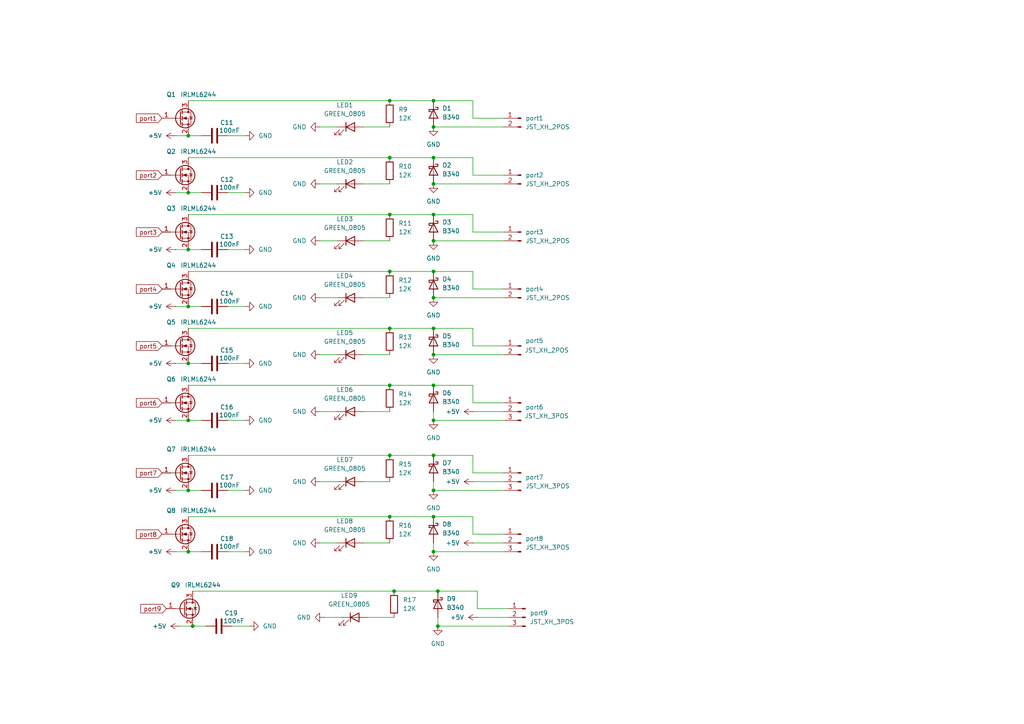
<source format=kicad_sch>
(kicad_sch (version 20231120) (generator "eeschema") (generator_version "8.0")
  (paper "A4")
  (lib_symbols
    (symbol "Connector:Conn_01x02_Pin" (pin_names (offset 1.016) hide)
      (property "Reference" "J" (at 0 2.54 0))
      (property "Value" "Conn_01x02_Pin" (at 0 -5.08 0))
      (symbol "Conn_01x02_Pin_1_1"
        (polyline (pts (xy 1.27 -2.54) (xy 0.8636 -2.54)) (stroke (width 0.1524)))
        (polyline (pts (xy 1.27 0) (xy 0.8636 0)) (stroke (width 0.1524)))
        (rectangle (start 0.8636 -2.413) (end 0 -2.667) (stroke (width 0.1524)) (fill (type outline)))
        (rectangle (start 0.8636 0.127) (end 0 -0.127) (stroke (width 0.1524)) (fill (type outline)))
        (pin passive line (at 5.08 0 180) (length 3.81) (name "Pin_1") (number "1"))
        (pin passive line (at 5.08 -2.54 180) (length 3.81) (name "Pin_2") (number "2"))
      )
    )
    (symbol "Connector:Conn_01x03_Pin" (pin_names (offset 1.016) hide)
      (property "Reference" "J" (at 0 5.08 0))
      (property "Value" "Conn_01x03_Pin" (at 0 -5.08 0))
      (symbol "Conn_01x03_Pin_1_1"
        (polyline (pts (xy 1.27 -2.54) (xy 0.8636 -2.54)) (stroke (width 0.1524)))
        (polyline (pts (xy 1.27 0) (xy 0.8636 0)) (stroke (width 0.1524)))
        (polyline (pts (xy 1.27 2.54) (xy 0.8636 2.54)) (stroke (width 0.1524)))
        (rectangle (start 0.8636 -2.413) (end 0 -2.667) (stroke (width 0.1524)) (fill (type outline)))
        (rectangle (start 0.8636 0.127) (end 0 -0.127) (stroke (width 0.1524)) (fill (type outline)))
        (rectangle (start 0.8636 2.667) (end 0 2.413) (stroke (width 0.1524)) (fill (type outline)))
        (pin passive line (at 5.08 2.54 180) (length 3.81) (name "Pin_1") (number "1"))
        (pin passive line (at 5.08 0 180) (length 3.81) (name "Pin_2") (number "2"))
        (pin passive line (at 5.08 -2.54 180) (length 3.81) (name "Pin_3") (number "3"))
      )
    )
    (symbol "Device:C" (pin_numbers hide) (pin_names (offset 0.254))
      (property "Reference" "C" (at 0.635 2.54 0))
      (property "Value" "C" (at 0.635 -2.54 0))
      (symbol "C_0_1"
        (polyline (pts (xy -2.032 -0.762) (xy 2.032 -0.762)) (stroke (width 0.508)))
        (polyline (pts (xy -2.032 0.762) (xy 2.032 0.762)) (stroke (width 0.508)))
      )
      (symbol "C_1_1"
        (pin passive line (at 0 3.81 270) (length 2.794) (name "~") (number "1"))
        (pin passive line (at 0 -3.81 90) (length 2.794) (name "~") (number "2"))
      )
    )
    (symbol "Device:LED" (pin_numbers hide) (pin_names (offset 1.016) hide)
      (property "Reference" "D" (at 0 2.54 0))
      (property "Value" "LED" (at 0 -2.54 0))
      (symbol "LED_0_1"
        (polyline (pts (xy -1.27 -1.27) (xy -1.27 1.27)) (stroke (width 0.254)))
        (polyline (pts (xy -1.27 0) (xy 1.27 0)))
        (polyline (pts (xy 1.27 -1.27) (xy 1.27 1.27) (xy -1.27 0) (xy 1.27 -1.27)) (stroke (width 0.254)))
        (polyline (pts (xy -3.048 -0.762) (xy -4.572 -2.286) (xy -3.81 -2.286) (xy -4.572 -2.286) (xy -4.572 -1.524)))
        (polyline (pts (xy -1.778 -0.762) (xy -3.302 -2.286) (xy -2.54 -2.286) (xy -3.302 -2.286) (xy -3.302 -1.524)))
      )
      (symbol "LED_1_1"
        (pin passive line (at -3.81 0 0) (length 2.54) (name "K") (number "1"))
        (pin passive line (at 3.81 0 180) (length 2.54) (name "A") (number "2"))
      )
    )
    (symbol "Device:R" (pin_numbers hide) (pin_names (offset 0))
      (property "Reference" "R" (at 2.032 0 90))
      (property "Value" "R" (at 0 0 90))
      (symbol "R_0_1"
        (rectangle (start -1.016 -2.54) (end 1.016 2.54) (stroke (width 0.254)))
      )
      (symbol "R_1_1"
        (pin passive line (at 0 3.81 270) (length 1.27) (name "~") (number "1"))
        (pin passive line (at 0 -3.81 90) (length 1.27) (name "~") (number "2"))
      )
    )
    (symbol "Diode:B340" (pin_numbers hide) (pin_names (offset 1.016) hide)
      (property "Reference" "D" (at 0 2.54 0))
      (property "Value" "B340" (at 0 -2.54 0))
      (symbol "B340_0_1"
        (polyline (pts (xy 1.27 0) (xy -1.27 0)))
        (polyline (pts (xy 1.27 1.27) (xy 1.27 -1.27) (xy -1.27 0) (xy 1.27 1.27)) (stroke (width 0.254)))
        (polyline (pts (xy -1.905 0.635) (xy -1.905 1.27) (xy -1.27 1.27) (xy -1.27 -1.27) (xy -0.635 -1.27) (xy -0.635 -0.635)) (stroke (width 0.254)))
      )
      (symbol "B340_1_1"
        (pin passive line (at -3.81 0 0) (length 2.54) (name "K") (number "1"))
        (pin passive line (at 3.81 0 180) (length 2.54) (name "A") (number "2"))
      )
    )
    (symbol "Transistor_FET:IRLML6244" (pin_names hide)
      (property "Reference" "Q" (at 5.08 1.905 0))
      (property "Value" "IRLML6244" (at 5.08 0 0))
      (symbol "IRLML6244_0_1"
        (polyline (pts (xy 0.254 0) (xy -2.54 0)))
        (polyline (pts (xy 0.254 1.905) (xy 0.254 -1.905)) (stroke (width 0.254)))
        (polyline (pts (xy 0.762 -1.27) (xy 0.762 -2.286)) (stroke (width 0.254)))
        (polyline (pts (xy 0.762 0.508) (xy 0.762 -0.508)) (stroke (width 0.254)))
        (polyline (pts (xy 0.762 2.286) (xy 0.762 1.27)) (stroke (width 0.254)))
        (polyline (pts (xy 2.54 2.54) (xy 2.54 1.778)))
        (polyline (pts (xy 2.54 -2.54) (xy 2.54 0) (xy 0.762 0)))
        (polyline (pts (xy 0.762 -1.778) (xy 3.302 -1.778) (xy 3.302 1.778) (xy 0.762 1.778)))
        (polyline (pts (xy 1.016 0) (xy 2.032 0.381) (xy 2.032 -0.381) (xy 1.016 0)) (fill (type outline)))
        (polyline (pts (xy 2.794 0.508) (xy 2.921 0.381) (xy 3.683 0.381) (xy 3.81 0.254)))
        (polyline (pts (xy 3.302 0.381) (xy 2.921 -0.254) (xy 3.683 -0.254) (xy 3.302 0.381)))
        (circle (center 1.651 0) (radius 2.794) (stroke (width 0.254)))
        (circle (center 2.54 -1.778) (radius 0.254) (fill (type outline)))
        (circle (center 2.54 1.778) (radius 0.254) (fill (type outline)))
      )
      (symbol "IRLML6244_1_1"
        (pin input line (at -5.08 0 0) (length 2.54) (name "G") (number "1"))
        (pin passive line (at 2.54 -5.08 90) (length 2.54) (name "S") (number "2"))
        (pin passive line (at 2.54 5.08 270) (length 2.54) (name "D") (number "3"))
      )
    )
    (symbol "power:+5V" (power) (pin_numbers hide) (pin_names (offset 0) hide)
      (property "Value" "+5V" (at 0 3.556 0))
      (symbol "+5V_0_1"
        (polyline (pts (xy -0.762 1.27) (xy 0 2.54)))
        (polyline (pts (xy 0 0) (xy 0 2.54)))
        (polyline (pts (xy 0 2.54) (xy 0.762 1.27)))
      )
      (symbol "+5V_1_1"
        (pin power_in line (at 0 0 90) (length 0) (name "~") (number "1"))
      )
    )
    (symbol "power:GND" (power) (pin_numbers hide) (pin_names (offset 0) hide)
      (property "Value" "GND" (at 0 -3.81 0))
      (symbol "GND_0_1"
        (polyline (pts (xy 0 0) (xy 0 -1.27) (xy 1.27 -1.27) (xy 0 -2.54) (xy -1.27 -1.27) (xy 0 -1.27)))
      )
      (symbol "GND_1_1"
        (pin power_in line (at 0 0 270) (length 0) (name "~") (number "1"))
      )
    )
  )
  (junction (at 125.73 149.86))
  (junction (at 127 181.61))
  (junction (at 125.73 29.21))
  (junction (at 113.03 78.74))
  (junction (at 125.73 111.76))
  (junction (at 114.3 171.45))
  (junction (at 55.88 181.61))
  (junction (at 113.03 132.08))
  (junction (at 113.03 29.21))
  (junction (at 125.73 45.72))
  (junction (at 125.73 78.74))
  (junction (at 54.61 121.92))
  (junction (at 125.73 121.92))
  (junction (at 54.61 142.24))
  (junction (at 125.73 86.36))
  (junction (at 54.61 88.9))
  (junction (at 125.73 142.24))
  (junction (at 125.73 69.85))
  (junction (at 125.73 36.83))
  (junction (at 125.73 95.25))
  (junction (at 113.03 45.72))
  (junction (at 125.73 132.08))
  (junction (at 113.03 149.86))
  (junction (at 127 171.45))
  (junction (at 54.61 105.41))
  (junction (at 125.73 62.23))
  (junction (at 125.73 102.87))
  (junction (at 54.61 55.88))
  (junction (at 113.03 111.76))
  (junction (at 125.73 160.02))
  (junction (at 113.03 95.25))
  (junction (at 54.61 160.02))
  (junction (at 54.61 72.39))
  (junction (at 125.73 53.34))
  (junction (at 54.61 39.37))
  (junction (at 113.03 62.23))
  (wire (pts (xy 105.41 86.36) (xy 113.03 86.36)))
  (wire (pts (xy 113.03 62.23) (xy 125.73 62.23)))
  (wire (pts (xy 66.04 55.88) (xy 71.12 55.88)))
  (wire (pts (xy 55.88 181.61) (xy 59.69 181.61)))
  (wire (pts (xy 137.16 111.76) (xy 137.16 116.84)))
  (wire (pts (xy 54.61 121.92) (xy 58.42 121.92)))
  (wire (pts (xy 54.61 72.39) (xy 58.42 72.39)))
  (wire (pts (xy 137.16 50.8) (xy 146.05 50.8)))
  (wire (pts (xy 93.98 179.07) (xy 99.06 179.07)))
  (wire (pts (xy 55.88 171.45) (xy 114.3 171.45)))
  (wire (pts (xy 105.41 139.7) (xy 113.03 139.7)))
  (wire (pts (xy 66.04 39.37) (xy 71.12 39.37)))
  (wire (pts (xy 54.61 111.76) (xy 113.03 111.76)))
  (wire (pts (xy 137.16 139.7) (xy 146.05 139.7)))
  (wire (pts (xy 66.04 142.24) (xy 71.12 142.24)))
  (wire (pts (xy 125.73 29.21) (xy 137.16 29.21)))
  (wire (pts (xy 105.41 53.34) (xy 113.03 53.34)))
  (wire (pts (xy 138.43 171.45) (xy 138.43 176.53)))
  (wire (pts (xy 137.16 34.29) (xy 146.05 34.29)))
  (wire (pts (xy 66.04 121.92) (xy 71.12 121.92)))
  (wire (pts (xy 54.61 132.08) (xy 113.03 132.08)))
  (wire (pts (xy 67.31 181.61) (xy 72.39 181.61)))
  (wire (pts (xy 50.8 142.24) (xy 54.61 142.24)))
  (wire (pts (xy 92.71 36.83) (xy 97.79 36.83)))
  (wire (pts (xy 113.03 29.21) (xy 125.73 29.21)))
  (wire (pts (xy 125.73 121.92) (xy 125.73 119.38)))
  (wire (pts (xy 125.73 142.24) (xy 125.73 139.7)))
  (wire (pts (xy 54.61 29.21) (xy 113.03 29.21)))
  (wire (pts (xy 54.61 105.41) (xy 50.8 105.41)))
  (wire (pts (xy 125.73 36.83) (xy 146.05 36.83)))
  (wire (pts (xy 125.73 102.87) (xy 146.05 102.87)))
  (wire (pts (xy 137.16 119.38) (xy 146.05 119.38)))
  (wire (pts (xy 137.16 95.25) (xy 137.16 100.33)))
  (wire (pts (xy 92.71 86.36) (xy 97.79 86.36)))
  (wire (pts (xy 125.73 132.08) (xy 137.16 132.08)))
  (wire (pts (xy 114.3 171.45) (xy 127 171.45)))
  (wire (pts (xy 105.41 36.83) (xy 113.03 36.83)))
  (wire (pts (xy 54.61 142.24) (xy 58.42 142.24)))
  (wire (pts (xy 92.71 119.38) (xy 97.79 119.38)))
  (wire (pts (xy 137.16 149.86) (xy 137.16 154.94)))
  (wire (pts (xy 92.71 102.87) (xy 97.79 102.87)))
  (wire (pts (xy 137.16 83.82) (xy 146.05 83.82)))
  (wire (pts (xy 52.07 181.61) (xy 55.88 181.61)))
  (wire (pts (xy 125.73 95.25) (xy 137.16 95.25)))
  (wire (pts (xy 92.71 69.85) (xy 97.79 69.85)))
  (wire (pts (xy 66.04 88.9) (xy 71.12 88.9)))
  (wire (pts (xy 137.16 78.74) (xy 137.16 83.82)))
  (wire (pts (xy 54.61 39.37) (xy 58.42 39.37)))
  (wire (pts (xy 113.03 78.74) (xy 125.73 78.74)))
  (wire (pts (xy 125.73 53.34) (xy 146.05 53.34)))
  (wire (pts (xy 54.61 105.41) (xy 58.42 105.41)))
  (wire (pts (xy 125.73 142.24) (xy 146.05 142.24)))
  (wire (pts (xy 113.03 111.76) (xy 125.73 111.76)))
  (wire (pts (xy 138.43 179.07) (xy 147.32 179.07)))
  (wire (pts (xy 125.73 86.36) (xy 146.05 86.36)))
  (wire (pts (xy 54.61 160.02) (xy 58.42 160.02)))
  (wire (pts (xy 127 181.61) (xy 147.32 181.61)))
  (wire (pts (xy 54.61 88.9) (xy 58.42 88.9)))
  (wire (pts (xy 125.73 121.92) (xy 146.05 121.92)))
  (wire (pts (xy 125.73 69.85) (xy 146.05 69.85)))
  (wire (pts (xy 50.8 121.92) (xy 54.61 121.92)))
  (wire (pts (xy 137.16 154.94) (xy 146.05 154.94)))
  (wire (pts (xy 66.04 72.39) (xy 71.12 72.39)))
  (wire (pts (xy 125.73 111.76) (xy 137.16 111.76)))
  (wire (pts (xy 127 171.45) (xy 138.43 171.45)))
  (wire (pts (xy 54.61 95.25) (xy 113.03 95.25)))
  (wire (pts (xy 138.43 176.53) (xy 147.32 176.53)))
  (wire (pts (xy 54.61 55.88) (xy 50.8 55.88)))
  (wire (pts (xy 54.61 45.72) (xy 113.03 45.72)))
  (wire (pts (xy 137.16 137.16) (xy 146.05 137.16)))
  (wire (pts (xy 137.16 116.84) (xy 146.05 116.84)))
  (wire (pts (xy 113.03 132.08) (xy 125.73 132.08)))
  (wire (pts (xy 125.73 149.86) (xy 137.16 149.86)))
  (wire (pts (xy 92.71 53.34) (xy 97.79 53.34)))
  (wire (pts (xy 105.41 102.87) (xy 113.03 102.87)))
  (wire (pts (xy 66.04 105.41) (xy 71.12 105.41)))
  (wire (pts (xy 54.61 78.74) (xy 113.03 78.74)))
  (wire (pts (xy 125.73 160.02) (xy 146.05 160.02)))
  (wire (pts (xy 54.61 149.86) (xy 113.03 149.86)))
  (wire (pts (xy 125.73 78.74) (xy 137.16 78.74)))
  (wire (pts (xy 66.04 160.02) (xy 71.12 160.02)))
  (wire (pts (xy 137.16 67.31) (xy 146.05 67.31)))
  (wire (pts (xy 54.61 88.9) (xy 50.8 88.9)))
  (wire (pts (xy 92.71 157.48) (xy 97.79 157.48)))
  (wire (pts (xy 54.61 62.23) (xy 113.03 62.23)))
  (wire (pts (xy 105.41 157.48) (xy 113.03 157.48)))
  (wire (pts (xy 127 181.61) (xy 127 179.07)))
  (wire (pts (xy 113.03 149.86) (xy 125.73 149.86)))
  (wire (pts (xy 54.61 39.37) (xy 50.8 39.37)))
  (wire (pts (xy 54.61 72.39) (xy 50.8 72.39)))
  (wire (pts (xy 125.73 160.02) (xy 125.73 157.48)))
  (wire (pts (xy 125.73 62.23) (xy 137.16 62.23)))
  (wire (pts (xy 50.8 160.02) (xy 54.61 160.02)))
  (wire (pts (xy 137.16 62.23) (xy 137.16 67.31)))
  (wire (pts (xy 137.16 29.21) (xy 137.16 34.29)))
  (wire (pts (xy 113.03 95.25) (xy 125.73 95.25)))
  (wire (pts (xy 113.03 45.72) (xy 125.73 45.72)))
  (wire (pts (xy 54.61 55.88) (xy 58.42 55.88)))
  (wire (pts (xy 137.16 157.48) (xy 146.05 157.48)))
  (wire (pts (xy 137.16 132.08) (xy 137.16 137.16)))
  (wire (pts (xy 125.73 45.72) (xy 137.16 45.72)))
  (wire (pts (xy 137.16 45.72) (xy 137.16 50.8)))
  (wire (pts (xy 106.68 179.07) (xy 114.3 179.07)))
  (wire (pts (xy 105.41 119.38) (xy 113.03 119.38)))
  (wire (pts (xy 92.71 139.7) (xy 97.79 139.7)))
  (wire (pts (xy 137.16 100.33) (xy 146.05 100.33)))
  (wire (pts (xy 105.41 69.85) (xy 113.03 69.85)))
  (global_label "port9" (shape input) (at 48.26 176.53 180) (property "Intersheetrefs" "${INTERSHEET_REFS}" (effects (hide yes))))
  (global_label "port7" (shape input) (at 46.99 137.16 180) (property "Intersheetrefs" "${INTERSHEET_REFS}" (effects (hide yes))))
  (global_label "port6" (shape input) (at 46.99 116.84 180) (property "Intersheetrefs" "${INTERSHEET_REFS}" (effects (hide yes))))
  (global_label "port1" (shape input) (at 46.99 34.29 180) (property "Intersheetrefs" "${INTERSHEET_REFS}" (effects (hide yes))))
  (global_label "port3" (shape input) (at 46.99 67.31 180) (property "Intersheetrefs" "${INTERSHEET_REFS}" (effects (hide yes))))
  (global_label "port8" (shape input) (at 46.99 154.94 180) (property "Intersheetrefs" "${INTERSHEET_REFS}" (effects (hide yes))))
  (global_label "port4" (shape input) (at 46.99 83.82 180) (property "Intersheetrefs" "${INTERSHEET_REFS}" (effects (hide yes))))
  (global_label "port5" (shape input) (at 46.99 100.33 180) (property "Intersheetrefs" "${INTERSHEET_REFS}" (effects (hide yes))))
  (global_label "port2" (shape input) (at 46.99 50.8 180) (property "Intersheetrefs" "${INTERSHEET_REFS}" (effects (hide yes))))
  (symbol (lib_id "power:GND") (at 92.71 53.34 270) (unit 1)
    (property "Reference" "#PWR042" (effects (hide yes)))
    (property "Value" "GND" (at 88.9 53.3399 90) (effects (justify right)))
    (property "Description" "Power symbol creates a global label with name \"GND\" , ground" (effects (hide yes)))
  )
  (symbol (lib_id "Connector:Conn_01x03_Pin") (at 151.13 119.38 0) (mirror y) (unit 1)
    (property "Reference" "port6" (at 152.4 118.11 0) (effects (justify right)))
    (property "Value" "JST_XH_3POS" (at 152.146 120.65 0) (effects (justify right)))
    (property "Footprint" "Connector_JST:JST_XH_S3B-XH-A_1x03_P2.50mm_Horizontal" (effects (hide yes)))
    (property "Description" "Generic connector, single row, 01x03, script generated" (effects (hide yes)))
  )
  (symbol (lib_id "power:GND") (at 92.71 139.7 270) (unit 1)
    (property "Reference" "#PWR047" (effects (hide yes)))
    (property "Value" "GND" (at 88.9 139.6999 90) (effects (justify right)))
    (property "Description" "Power symbol creates a global label with name \"GND\" , ground" (effects (hide yes)))
  )
  (symbol (lib_id "Device:C") (at 62.23 160.02 270) (mirror x) (unit 1)
    (property "Reference" "C18" (at 65.786 156.21 90))
    (property "Value" "100nF" (at 66.548 158.496 90))
    (property "Footprint" "Capacitor_SMD:C_0805_2012Metric_Pad1.18x1.45mm_HandSolder" (effects (hide yes)))
    (property "Description" "Unpolarized capacitor" (effects (hide yes)))
  )
  (symbol (lib_id "power:GND") (at 92.71 119.38 270) (unit 1)
    (property "Reference" "#PWR046" (effects (hide yes)))
    (property "Value" "GND" (at 88.9 119.3799 90) (effects (justify right)))
    (property "Description" "Power symbol creates a global label with name \"GND\" , ground" (effects (hide yes)))
  )
  (symbol (lib_id "Device:LED") (at 101.6 157.48 0) (unit 1)
    (property "Reference" "LED8" (at 100.0125 151.13 0))
    (property "Value" "GREEN_0805" (at 100.0125 153.67 0))
    (property "Footprint" "LED_SMD:LED_0805_2012Metric_Pad1.15x1.40mm_HandSolder" (effects (hide yes)))
    (property "Description" "Light emitting diode" (effects (hide yes)))
  )
  (symbol (lib_id "power:+5V") (at 137.16 119.38 90) (mirror x) (unit 1)
    (property "Reference" "#PWR059" (effects (hide yes)))
    (property "Value" "+5V" (at 133.35 119.3799 90) (effects (justify left)))
    (property "Description" "Power symbol creates a global label with name \"+5V\"" (effects (hide yes)))
  )
  (symbol (lib_id "power:GND") (at 125.73 121.92 0) (unit 1)
    (property "Reference" "#PWR055" (effects (hide yes)))
    (property "Value" "GND" (at 125.73 127 0))
    (property "Description" "Power symbol creates a global label with name \"GND\" , ground" (effects (hide yes)))
  )
  (symbol (lib_id "Device:C") (at 62.23 121.92 270) (mirror x) (unit 1)
    (property "Reference" "C16" (at 65.786 118.11 90))
    (property "Value" "100nF" (at 66.548 120.396 90))
    (property "Footprint" "Capacitor_SMD:C_0805_2012Metric_Pad1.18x1.45mm_HandSolder" (effects (hide yes)))
    (property "Description" "Unpolarized capacitor" (effects (hide yes)))
  )
  (symbol (lib_id "Device:R") (at 114.3 175.26 0) (unit 1)
    (property "Reference" "R17" (at 116.84 173.9899 0) (effects (justify left)))
    (property "Value" "12K" (at 116.84 176.5299 0) (effects (justify left)))
    (property "Footprint" "Resistor_SMD:R_0805_2012Metric_Pad1.20x1.40mm_HandSolder" (effects (hide yes)))
    (property "Description" "Resistor" (effects (hide yes)))
  )
  (symbol (lib_id "Transistor_FET:IRLML6244") (at 52.07 50.8 0) (unit 1)
    (property "Reference" "Q2" (at 48.26 43.942 0) (effects (justify left)))
    (property "Value" "IRLML6244" (at 52.324 43.942 0) (effects (justify left)))
    (property "Footprint" "Package_TO_SOT_SMD:SOT-23" (effects (hide yes)))
    (property "Datasheet" "https://www.infineon.com/dgdl/Infineon-IRLML6244-DataSheet-v01_01-EN.pdf?fileId=5546d462533600a4015356686fed261f" (effects (hide yes)))
    (property "Description" "6.3A Id, 20V Vds, 21mOhm Rds, N-Channel StrongIRFET Power MOSFET, SOT-23" (effects (hide yes)))
  )
  (symbol (lib_id "Connector:Conn_01x03_Pin") (at 151.13 157.48 0) (mirror y) (unit 1)
    (property "Reference" "port8" (at 152.4 156.2099 0) (effects (justify right)))
    (property "Value" "JST_XH_3POS" (at 152.4 158.7499 0) (effects (justify right)))
    (property "Footprint" "Connector_JST:JST_XH_S3B-XH-A_1x03_P2.50mm_Horizontal" (effects (hide yes)))
    (property "Description" "Generic connector, single row, 01x03, script generated" (effects (hide yes)))
  )
  (symbol (lib_id "Device:LED") (at 102.87 179.07 0) (unit 1)
    (property "Reference" "LED9" (at 101.2825 172.72 0))
    (property "Value" "GREEN_0805" (at 101.2825 175.26 0))
    (property "Footprint" "LED_SMD:LED_0805_2012Metric_Pad1.15x1.40mm_HandSolder" (effects (hide yes)))
    (property "Description" "Light emitting diode" (effects (hide yes)))
  )
  (symbol (lib_id "power:GND") (at 125.73 69.85 0) (unit 1)
    (property "Reference" "#PWR052" (effects (hide yes)))
    (property "Value" "GND" (at 125.73 74.93 0))
    (property "Description" "Power symbol creates a global label with name \"GND\" , ground" (effects (hide yes)))
  )
  (symbol (lib_id "Transistor_FET:IRLML6244") (at 52.07 34.29 0) (unit 1)
    (property "Reference" "Q1" (at 48.26 27.432 0) (effects (justify left)))
    (property "Value" "IRLML6244" (at 52.324 27.432 0) (effects (justify left)))
    (property "Footprint" "Package_TO_SOT_SMD:SOT-23" (effects (hide yes)))
    (property "Datasheet" "https://www.infineon.com/dgdl/Infineon-IRLML6244-DataSheet-v01_01-EN.pdf?fileId=5546d462533600a4015356686fed261f" (effects (hide yes)))
    (property "Description" "6.3A Id, 20V Vds, 21mOhm Rds, N-Channel StrongIRFET Power MOSFET, SOT-23" (effects (hide yes)))
  )
  (symbol (lib_id "power:GND") (at 72.39 181.61 90) (mirror x) (unit 1)
    (property "Reference" "#PWR040" (effects (hide yes)))
    (property "Value" "GND" (at 76.2 181.6099 90) (effects (justify right)))
    (property "Description" "Power symbol creates a global label with name \"GND\" , ground" (effects (hide yes)))
  )
  (symbol (lib_id "power:+5V") (at 52.07 181.61 90) (mirror x) (unit 1)
    (property "Reference" "#PWR031" (effects (hide yes)))
    (property "Value" "+5V" (at 48.26 181.6099 90) (effects (justify left)))
    (property "Description" "Power symbol creates a global label with name \"+5V\"" (effects (hide yes)))
  )
  (symbol (lib_id "Transistor_FET:IRLML6244") (at 52.07 137.16 0) (unit 1)
    (property "Reference" "Q7" (at 48.26 130.302 0) (effects (justify left)))
    (property "Value" "IRLML6244" (at 52.324 130.302 0) (effects (justify left)))
    (property "Footprint" "Package_TO_SOT_SMD:SOT-23" (effects (hide yes)))
    (property "Datasheet" "https://www.infineon.com/dgdl/Infineon-IRLML6244-DataSheet-v01_01-EN.pdf?fileId=5546d462533600a4015356686fed261f" (effects (hide yes)))
    (property "Description" "6.3A Id, 20V Vds, 21mOhm Rds, N-Channel StrongIRFET Power MOSFET, SOT-23" (effects (hide yes)))
  )
  (symbol (lib_id "Device:LED") (at 101.6 69.85 0) (unit 1)
    (property "Reference" "LED3" (at 100.0125 63.5 0))
    (property "Value" "GREEN_0805" (at 100.0125 66.04 0))
    (property "Footprint" "LED_SMD:LED_0805_2012Metric_Pad1.15x1.40mm_HandSolder" (effects (hide yes)))
    (property "Description" "Light emitting diode" (effects (hide yes)))
  )
  (symbol (lib_id "power:GND") (at 125.73 142.24 0) (unit 1)
    (property "Reference" "#PWR056" (effects (hide yes)))
    (property "Value" "GND" (at 125.73 147.32 0))
    (property "Description" "Power symbol creates a global label with name \"GND\" , ground" (effects (hide yes)))
  )
  (symbol (lib_id "power:GND") (at 92.71 157.48 270) (unit 1)
    (property "Reference" "#PWR048" (effects (hide yes)))
    (property "Value" "GND" (at 88.9 157.4799 90) (effects (justify right)))
    (property "Description" "Power symbol creates a global label with name \"GND\" , ground" (effects (hide yes)))
  )
  (symbol (lib_id "Device:LED") (at 101.6 36.83 0) (unit 1)
    (property "Reference" "LED1" (at 100.0125 30.48 0))
    (property "Value" "GREEN_0805" (at 100.0125 33.02 0))
    (property "Footprint" "LED_SMD:LED_0805_2012Metric_Pad1.15x1.40mm_HandSolder" (effects (hide yes)))
    (property "Description" "Light emitting diode" (effects (hide yes)))
  )
  (symbol (lib_id "Transistor_FET:IRLML6244") (at 53.34 176.53 0) (unit 1)
    (property "Reference" "Q9" (at 49.53 169.672 0) (effects (justify left)))
    (property "Value" "IRLML6244" (at 53.594 169.672 0) (effects (justify left)))
    (property "Footprint" "Package_TO_SOT_SMD:SOT-23" (effects (hide yes)))
    (property "Datasheet" "https://www.infineon.com/dgdl/Infineon-IRLML6244-DataSheet-v01_01-EN.pdf?fileId=5546d462533600a4015356686fed261f" (effects (hide yes)))
    (property "Description" "6.3A Id, 20V Vds, 21mOhm Rds, N-Channel StrongIRFET Power MOSFET, SOT-23" (effects (hide yes)))
  )
  (symbol (lib_id "power:+5V") (at 138.43 179.07 90) (mirror x) (unit 1)
    (property "Reference" "#PWR062" (effects (hide yes)))
    (property "Value" "+5V" (at 134.62 179.0699 90) (effects (justify left)))
    (property "Description" "Power symbol creates a global label with name \"+5V\"" (effects (hide yes)))
  )
  (symbol (lib_id "Connector:Conn_01x02_Pin") (at 151.13 83.82 0) (mirror y) (unit 1)
    (property "Reference" "port4" (at 152.4 83.8199 0) (effects (justify right)))
    (property "Value" "JST_XH_2POS" (at 152.4 86.3599 0) (effects (justify right)))
    (property "Footprint" "Connector_JST:JST_XH_S2B-XH-A_1x02_P2.50mm_Horizontal" (effects (hide yes)))
    (property "Description" "Generic connector, single row, 01x02, script generated" (effects (hide yes)))
  )
  (symbol (lib_id "power:GND") (at 71.12 72.39 90) (mirror x) (unit 1)
    (property "Reference" "#PWR034" (effects (hide yes)))
    (property "Value" "GND" (at 74.93 72.3899 90) (effects (justify right)))
    (property "Description" "Power symbol creates a global label with name \"GND\" , ground" (effects (hide yes)))
  )
  (symbol (lib_id "Device:C") (at 62.23 88.9 270) (mirror x) (unit 1)
    (property "Reference" "C14" (at 65.786 85.09 90))
    (property "Value" "100nF" (at 66.548 87.376 90))
    (property "Footprint" "Capacitor_SMD:C_0805_2012Metric_Pad1.18x1.45mm_HandSolder" (effects (hide yes)))
    (property "Description" "Unpolarized capacitor" (effects (hide yes)))
  )
  (symbol (lib_id "power:+5V") (at 50.8 105.41 90) (mirror x) (unit 1)
    (property "Reference" "#PWR027" (effects (hide yes)))
    (property "Value" "+5V" (at 46.99 105.4099 90) (effects (justify left)))
    (property "Description" "Power symbol creates a global label with name \"+5V\"" (effects (hide yes)))
  )
  (symbol (lib_id "Diode:B340") (at 125.73 33.02 270) (unit 1)
    (property "Reference" "D1" (at 128.27 31.4324 90) (effects (justify left)))
    (property "Value" "B340" (at 128.27 33.9724 90) (effects (justify left)))
    (property "Footprint" "Diode_SMD:D_SMC" (effects (hide yes)))
    (property "Datasheet" "http://www.jameco.com/Jameco/Products/ProdDS/1538777.pdf" (effects (hide yes)))
    (property "Description" "40V 3A Schottky Barrier Rectifier Diode, SMC" (effects (hide yes)))
  )
  (symbol (lib_id "power:GND") (at 71.12 105.41 90) (mirror x) (unit 1)
    (property "Reference" "#PWR036" (effects (hide yes)))
    (property "Value" "GND" (at 74.93 105.4099 90) (effects (justify right)))
    (property "Description" "Power symbol creates a global label with name \"GND\" , ground" (effects (hide yes)))
  )
  (symbol (lib_id "Device:LED") (at 101.6 86.36 0) (unit 1)
    (property "Reference" "LED4" (at 100.0125 80.01 0))
    (property "Value" "GREEN_0805" (at 100.0125 82.55 0))
    (property "Footprint" "LED_SMD:LED_0805_2012Metric_Pad1.15x1.40mm_HandSolder" (effects (hide yes)))
    (property "Description" "Light emitting diode" (effects (hide yes)))
  )
  (symbol (lib_id "Connector:Conn_01x03_Pin") (at 151.13 139.7 0) (mirror y) (unit 1)
    (property "Reference" "port7" (at 152.4 138.4299 0) (effects (justify right)))
    (property "Value" "JST_XH_3POS" (at 152.4 140.9699 0) (effects (justify right)))
    (property "Footprint" "Connector_JST:JST_XH_S3B-XH-A_1x03_P2.50mm_Horizontal" (effects (hide yes)))
    (property "Description" "Generic connector, single row, 01x03, script generated" (effects (hide yes)))
  )
  (symbol (lib_id "Device:LED") (at 101.6 53.34 0) (unit 1)
    (property "Reference" "LED2" (at 100.0125 46.99 0))
    (property "Value" "GREEN_0805" (at 100.0125 49.53 0))
    (property "Footprint" "LED_SMD:LED_0805_2012Metric_Pad1.15x1.40mm_HandSolder" (effects (hide yes)))
    (property "Description" "Light emitting diode" (effects (hide yes)))
  )
  (symbol (lib_id "Diode:B340") (at 125.73 66.04 270) (unit 1)
    (property "Reference" "D3" (at 128.27 64.4524 90) (effects (justify left)))
    (property "Value" "B340" (at 128.27 66.9924 90) (effects (justify left)))
    (property "Footprint" "Diode_SMD:D_SMC" (effects (hide yes)))
    (property "Datasheet" "http://www.jameco.com/Jameco/Products/ProdDS/1538777.pdf" (effects (hide yes)))
    (property "Description" "40V 3A Schottky Barrier Rectifier Diode, SMC" (effects (hide yes)))
  )
  (symbol (lib_id "Device:C") (at 62.23 72.39 270) (mirror x) (unit 1)
    (property "Reference" "C13" (at 65.786 68.58 90))
    (property "Value" "100nF" (at 66.548 70.866 90))
    (property "Footprint" "Capacitor_SMD:C_0805_2012Metric_Pad1.18x1.45mm_HandSolder" (effects (hide yes)))
    (property "Description" "Unpolarized capacitor" (effects (hide yes)))
  )
  (symbol (lib_id "power:GND") (at 92.71 69.85 270) (unit 1)
    (property "Reference" "#PWR043" (effects (hide yes)))
    (property "Value" "GND" (at 88.9 69.8499 90) (effects (justify right)))
    (property "Description" "Power symbol creates a global label with name \"GND\" , ground" (effects (hide yes)))
  )
  (symbol (lib_id "power:GND") (at 71.12 142.24 90) (mirror x) (unit 1)
    (property "Reference" "#PWR038" (effects (hide yes)))
    (property "Value" "GND" (at 74.93 142.2399 90) (effects (justify right)))
    (property "Description" "Power symbol creates a global label with name \"GND\" , ground" (effects (hide yes)))
  )
  (symbol (lib_id "Device:LED") (at 101.6 119.38 0) (unit 1)
    (property "Reference" "LED6" (at 100.0125 113.03 0))
    (property "Value" "GREEN_0805" (at 100.0125 115.57 0))
    (property "Footprint" "LED_SMD:LED_0805_2012Metric_Pad1.15x1.40mm_HandSolder" (effects (hide yes)))
    (property "Description" "Light emitting diode" (effects (hide yes)))
  )
  (symbol (lib_id "Diode:B340") (at 125.73 135.89 270) (unit 1)
    (property "Reference" "D7" (at 128.27 134.3024 90) (effects (justify left)))
    (property "Value" "B340" (at 128.27 136.8424 90) (effects (justify left)))
    (property "Footprint" "Diode_SMD:D_SMC" (effects (hide yes)))
    (property "Datasheet" "http://www.jameco.com/Jameco/Products/ProdDS/1538777.pdf" (effects (hide yes)))
    (property "Description" "40V 3A Schottky Barrier Rectifier Diode, SMC" (effects (hide yes)))
  )
  (symbol (lib_id "Transistor_FET:IRLML6244") (at 52.07 154.94 0) (unit 1)
    (property "Reference" "Q8" (at 48.26 148.082 0) (effects (justify left)))
    (property "Value" "IRLML6244" (at 52.324 148.082 0) (effects (justify left)))
    (property "Footprint" "Package_TO_SOT_SMD:SOT-23" (effects (hide yes)))
    (property "Datasheet" "https://www.infineon.com/dgdl/Infineon-IRLML6244-DataSheet-v01_01-EN.pdf?fileId=5546d462533600a4015356686fed261f" (effects (hide yes)))
    (property "Description" "6.3A Id, 20V Vds, 21mOhm Rds, N-Channel StrongIRFET Power MOSFET, SOT-23" (effects (hide yes)))
  )
  (symbol (lib_id "power:GND") (at 71.12 39.37 90) (mirror x) (unit 1)
    (property "Reference" "#PWR032" (effects (hide yes)))
    (property "Value" "GND" (at 74.93 39.3699 90) (effects (justify right)))
    (property "Description" "Power symbol creates a global label with name \"GND\" , ground" (effects (hide yes)))
  )
  (symbol (lib_id "Connector:Conn_01x02_Pin") (at 151.13 100.33 0) (mirror y) (unit 1)
    (property "Reference" "port5" (at 152.4 98.806 0) (effects (justify right)))
    (property "Value" "JST_XH_2POS" (at 152.146 101.6 0) (effects (justify right)))
    (property "Footprint" "Connector_JST:JST_XH_S2B-XH-A_1x02_P2.50mm_Horizontal" (effects (hide yes)))
    (property "Description" "Generic connector, single row, 01x02, script generated" (effects (hide yes)))
  )
  (symbol (lib_id "Diode:B340") (at 127 175.26 270) (unit 1)
    (property "Reference" "D9" (at 129.54 173.6724 90) (effects (justify left)))
    (property "Value" "B340" (at 129.54 176.2124 90) (effects (justify left)))
    (property "Footprint" "Diode_SMD:D_SMC" (effects (hide yes)))
    (property "Datasheet" "http://www.jameco.com/Jameco/Products/ProdDS/1538777.pdf" (effects (hide yes)))
    (property "Description" "40V 3A Schottky Barrier Rectifier Diode, SMC" (effects (hide yes)))
  )
  (symbol (lib_id "power:GND") (at 127 181.61 0) (unit 1)
    (property "Reference" "#PWR058" (effects (hide yes)))
    (property "Value" "GND" (at 127 186.69 0))
    (property "Description" "Power symbol creates a global label with name \"GND\" , ground" (effects (hide yes)))
  )
  (symbol (lib_id "Connector:Conn_01x02_Pin") (at 151.13 50.8 0) (mirror y) (unit 1)
    (property "Reference" "port2" (at 152.4 50.7999 0) (effects (justify right)))
    (property "Value" "JST_XH_2POS" (at 152.4 53.3399 0) (effects (justify right)))
    (property "Footprint" "Connector_JST:JST_XH_S2B-XH-A_1x02_P2.50mm_Horizontal" (effects (hide yes)))
    (property "Description" "Generic connector, single row, 01x02, script generated" (effects (hide yes)))
  )
  (symbol (lib_id "Diode:B340") (at 125.73 82.55 270) (unit 1)
    (property "Reference" "D4" (at 128.27 80.9624 90) (effects (justify left)))
    (property "Value" "B340" (at 128.27 83.5024 90) (effects (justify left)))
    (property "Footprint" "Diode_SMD:D_SMC" (effects (hide yes)))
    (property "Datasheet" "http://www.jameco.com/Jameco/Products/ProdDS/1538777.pdf" (effects (hide yes)))
    (property "Description" "40V 3A Schottky Barrier Rectifier Diode, SMC" (effects (hide yes)))
  )
  (symbol (lib_id "power:GND") (at 71.12 88.9 90) (mirror x) (unit 1)
    (property "Reference" "#PWR035" (effects (hide yes)))
    (property "Value" "GND" (at 74.93 88.8999 90) (effects (justify right)))
    (property "Description" "Power symbol creates a global label with name \"GND\" , ground" (effects (hide yes)))
  )
  (symbol (lib_id "Transistor_FET:IRLML6244") (at 52.07 100.33 0) (unit 1)
    (property "Reference" "Q5" (at 48.26 93.472 0) (effects (justify left)))
    (property "Value" "IRLML6244" (at 52.324 93.472 0) (effects (justify left)))
    (property "Footprint" "Package_TO_SOT_SMD:SOT-23" (effects (hide yes)))
    (property "Datasheet" "https://www.infineon.com/dgdl/Infineon-IRLML6244-DataSheet-v01_01-EN.pdf?fileId=5546d462533600a4015356686fed261f" (effects (hide yes)))
    (property "Description" "6.3A Id, 20V Vds, 21mOhm Rds, N-Channel StrongIRFET Power MOSFET, SOT-23" (effects (hide yes)))
  )
  (symbol (lib_id "Device:C") (at 62.23 105.41 270) (mirror x) (unit 1)
    (property "Reference" "C15" (at 65.786 101.6 90))
    (property "Value" "100nF" (at 66.548 103.886 90))
    (property "Footprint" "Capacitor_SMD:C_0805_2012Metric_Pad1.18x1.45mm_HandSolder" (effects (hide yes)))
    (property "Description" "Unpolarized capacitor" (effects (hide yes)))
  )
  (symbol (lib_id "Transistor_FET:IRLML6244") (at 52.07 83.82 0) (unit 1)
    (property "Reference" "Q4" (at 48.26 76.962 0) (effects (justify left)))
    (property "Value" "IRLML6244" (at 52.324 76.962 0) (effects (justify left)))
    (property "Footprint" "Package_TO_SOT_SMD:SOT-23" (effects (hide yes)))
    (property "Datasheet" "https://www.infineon.com/dgdl/Infineon-IRLML6244-DataSheet-v01_01-EN.pdf?fileId=5546d462533600a4015356686fed261f" (effects (hide yes)))
    (property "Description" "6.3A Id, 20V Vds, 21mOhm Rds, N-Channel StrongIRFET Power MOSFET, SOT-23" (effects (hide yes)))
  )
  (symbol (lib_id "Device:LED") (at 101.6 102.87 0) (unit 1)
    (property "Reference" "LED5" (at 100.0125 96.52 0))
    (property "Value" "GREEN_0805" (at 100.0125 99.06 0))
    (property "Footprint" "LED_SMD:LED_0805_2012Metric_Pad1.15x1.40mm_HandSolder" (effects (hide yes)))
    (property "Description" "Light emitting diode" (effects (hide yes)))
  )
  (symbol (lib_id "Device:R") (at 113.03 33.02 0) (unit 1)
    (property "Reference" "R9" (at 115.57 31.7499 0) (effects (justify left)))
    (property "Value" "12K" (at 115.57 34.2899 0) (effects (justify left)))
    (property "Footprint" "Resistor_SMD:R_0805_2012Metric_Pad1.20x1.40mm_HandSolder" (effects (hide yes)))
    (property "Description" "Resistor" (effects (hide yes)))
  )
  (symbol (lib_id "Transistor_FET:IRLML6244") (at 52.07 67.31 0) (unit 1)
    (property "Reference" "Q3" (at 48.26 60.452 0) (effects (justify left)))
    (property "Value" "IRLML6244" (at 52.324 60.452 0) (effects (justify left)))
    (property "Footprint" "Package_TO_SOT_SMD:SOT-23" (effects (hide yes)))
    (property "Datasheet" "https://www.infineon.com/dgdl/Infineon-IRLML6244-DataSheet-v01_01-EN.pdf?fileId=5546d462533600a4015356686fed261f" (effects (hide yes)))
    (property "Description" "6.3A Id, 20V Vds, 21mOhm Rds, N-Channel StrongIRFET Power MOSFET, SOT-23" (effects (hide yes)))
  )
  (symbol (lib_id "power:GND") (at 71.12 160.02 90) (mirror x) (unit 1)
    (property "Reference" "#PWR039" (effects (hide yes)))
    (property "Value" "GND" (at 74.93 160.0199 90) (effects (justify right)))
    (property "Description" "Power symbol creates a global label with name \"GND\" , ground" (effects (hide yes)))
  )
  (symbol (lib_id "power:+5V") (at 50.8 72.39 90) (mirror x) (unit 1)
    (property "Reference" "#PWR025" (effects (hide yes)))
    (property "Value" "+5V" (at 46.99 72.3899 90) (effects (justify left)))
    (property "Description" "Power symbol creates a global label with name \"+5V\"" (effects (hide yes)))
  )
  (symbol (lib_id "power:GND") (at 71.12 121.92 90) (mirror x) (unit 1)
    (property "Reference" "#PWR037" (effects (hide yes)))
    (property "Value" "GND" (at 74.93 121.9199 90) (effects (justify right)))
    (property "Description" "Power symbol creates a global label with name \"GND\" , ground" (effects (hide yes)))
  )
  (symbol (lib_id "power:GND") (at 92.71 102.87 270) (unit 1)
    (property "Reference" "#PWR045" (effects (hide yes)))
    (property "Value" "GND" (at 88.9 102.8699 90) (effects (justify right)))
    (property "Description" "Power symbol creates a global label with name \"GND\" , ground" (effects (hide yes)))
  )
  (symbol (lib_id "power:GND") (at 92.71 86.36 270) (unit 1)
    (property "Reference" "#PWR044" (effects (hide yes)))
    (property "Value" "GND" (at 88.9 86.3599 90) (effects (justify right)))
    (property "Description" "Power symbol creates a global label with name \"GND\" , ground" (effects (hide yes)))
  )
  (symbol (lib_id "Device:C") (at 62.23 39.37 270) (mirror x) (unit 1)
    (property "Reference" "C11" (at 65.786 35.56 90))
    (property "Value" "100nF" (at 66.548 37.846 90))
    (property "Footprint" "Capacitor_SMD:C_0805_2012Metric_Pad1.18x1.45mm_HandSolder" (effects (hide yes)))
    (property "Description" "Unpolarized capacitor" (effects (hide yes)))
  )
  (symbol (lib_id "Device:R") (at 113.03 153.67 0) (unit 1)
    (property "Reference" "R16" (at 115.57 152.3999 0) (effects (justify left)))
    (property "Value" "12K" (at 115.57 154.9399 0) (effects (justify left)))
    (property "Footprint" "Resistor_SMD:R_0805_2012Metric_Pad1.20x1.40mm_HandSolder" (effects (hide yes)))
    (property "Description" "Resistor" (effects (hide yes)))
  )
  (symbol (lib_id "Device:R") (at 113.03 99.06 0) (unit 1)
    (property "Reference" "R13" (at 115.57 97.7899 0) (effects (justify left)))
    (property "Value" "12K" (at 115.57 100.3299 0) (effects (justify left)))
    (property "Footprint" "Resistor_SMD:R_0805_2012Metric_Pad1.20x1.40mm_HandSolder" (effects (hide yes)))
    (property "Description" "Resistor" (effects (hide yes)))
  )
  (symbol (lib_id "power:GND") (at 125.73 160.02 0) (unit 1)
    (property "Reference" "#PWR057" (effects (hide yes)))
    (property "Value" "GND" (at 125.73 165.1 0))
    (property "Description" "Power symbol creates a global label with name \"GND\" , ground" (effects (hide yes)))
  )
  (symbol (lib_id "Connector:Conn_01x02_Pin") (at 151.13 34.29 0) (mirror y) (unit 1)
    (property "Reference" "port1" (at 152.4 34.2899 0) (effects (justify right)))
    (property "Value" "JST_XH_2POS" (at 152.4 36.8299 0) (effects (justify right)))
    (property "Footprint" "Connector_JST:JST_XH_S2B-XH-A_1x02_P2.50mm_Horizontal" (effects (hide yes)))
    (property "Description" "Generic connector, single row, 01x02, script generated" (effects (hide yes)))
  )
  (symbol (lib_id "power:+5V") (at 137.16 139.7 90) (mirror x) (unit 1)
    (property "Reference" "#PWR060" (effects (hide yes)))
    (property "Value" "+5V" (at 133.35 139.6999 90) (effects (justify left)))
    (property "Description" "Power symbol creates a global label with name \"+5V\"" (effects (hide yes)))
  )
  (symbol (lib_id "power:GND") (at 71.12 55.88 90) (mirror x) (unit 1)
    (property "Reference" "#PWR033" (effects (hide yes)))
    (property "Value" "GND" (at 74.93 55.8799 90) (effects (justify right)))
    (property "Description" "Power symbol creates a global label with name \"GND\" , ground" (effects (hide yes)))
  )
  (symbol (lib_id "Device:LED") (at 101.6 139.7 0) (unit 1)
    (property "Reference" "LED7" (at 100.0125 133.35 0))
    (property "Value" "GREEN_0805" (at 100.0125 135.89 0))
    (property "Footprint" "LED_SMD:LED_0805_2012Metric_Pad1.15x1.40mm_HandSolder" (effects (hide yes)))
    (property "Description" "Light emitting diode" (effects (hide yes)))
  )
  (symbol (lib_id "Device:C") (at 63.5 181.61 270) (mirror x) (unit 1)
    (property "Reference" "C19" (at 67.056 177.8 90))
    (property "Value" "100nF" (at 67.818 180.086 90))
    (property "Footprint" "Capacitor_SMD:C_0805_2012Metric_Pad1.18x1.45mm_HandSolder" (effects (hide yes)))
    (property "Description" "Unpolarized capacitor" (effects (hide yes)))
  )
  (symbol (lib_id "Diode:B340") (at 125.73 153.67 270) (unit 1)
    (property "Reference" "D8" (at 128.27 152.0824 90) (effects (justify left)))
    (property "Value" "B340" (at 128.27 154.6224 90) (effects (justify left)))
    (property "Footprint" "Diode_SMD:D_SMC" (effects (hide yes)))
    (property "Datasheet" "http://www.jameco.com/Jameco/Products/ProdDS/1538777.pdf" (effects (hide yes)))
    (property "Description" "40V 3A Schottky Barrier Rectifier Diode, SMC" (effects (hide yes)))
  )
  (symbol (lib_id "Diode:B340") (at 125.73 49.53 270) (unit 1)
    (property "Reference" "D2" (at 128.27 47.9424 90) (effects (justify left)))
    (property "Value" "B340" (at 128.27 50.4824 90) (effects (justify left)))
    (property "Footprint" "Diode_SMD:D_SMC" (effects (hide yes)))
    (property "Datasheet" "http://www.jameco.com/Jameco/Products/ProdDS/1538777.pdf" (effects (hide yes)))
    (property "Description" "40V 3A Schottky Barrier Rectifier Diode, SMC" (effects (hide yes)))
  )
  (symbol (lib_id "power:+5V") (at 50.8 121.92 90) (mirror x) (unit 1)
    (property "Reference" "#PWR028" (effects (hide yes)))
    (property "Value" "+5V" (at 46.99 121.9199 90) (effects (justify left)))
    (property "Description" "Power symbol creates a global label with name \"+5V\"" (effects (hide yes)))
  )
  (symbol (lib_id "Transistor_FET:IRLML6244") (at 52.07 116.84 0) (unit 1)
    (property "Reference" "Q6" (at 48.26 109.982 0) (effects (justify left)))
    (property "Value" "IRLML6244" (at 52.324 109.982 0) (effects (justify left)))
    (property "Footprint" "Package_TO_SOT_SMD:SOT-23" (effects (hide yes)))
    (property "Datasheet" "https://www.infineon.com/dgdl/Infineon-IRLML6244-DataSheet-v01_01-EN.pdf?fileId=5546d462533600a4015356686fed261f" (effects (hide yes)))
    (property "Description" "6.3A Id, 20V Vds, 21mOhm Rds, N-Channel StrongIRFET Power MOSFET, SOT-23" (effects (hide yes)))
  )
  (symbol (lib_id "Connector:Conn_01x03_Pin") (at 152.4 179.07 0) (mirror y) (unit 1)
    (property "Reference" "port9" (at 153.67 177.7999 0) (effects (justify right)))
    (property "Value" "JST_XH_3POS" (at 153.67 180.3399 0) (effects (justify right)))
    (property "Footprint" "Connector_JST:JST_XH_S3B-XH-A_1x03_P2.50mm_Horizontal" (effects (hide yes)))
    (property "Description" "Generic connector, single row, 01x03, script generated" (effects (hide yes)))
  )
  (symbol (lib_id "power:GND") (at 92.71 36.83 270) (unit 1)
    (property "Reference" "#PWR041" (effects (hide yes)))
    (property "Value" "GND" (at 88.9 36.8299 90) (effects (justify right)))
    (property "Description" "Power symbol creates a global label with name \"GND\" , ground" (effects (hide yes)))
  )
  (symbol (lib_id "power:+5V") (at 50.8 160.02 90) (mirror x) (unit 1)
    (property "Reference" "#PWR030" (effects (hide yes)))
    (property "Value" "+5V" (at 46.99 160.0199 90) (effects (justify left)))
    (property "Description" "Power symbol creates a global label with name \"+5V\"" (effects (hide yes)))
  )
  (symbol (lib_id "power:GND") (at 125.73 102.87 0) (unit 1)
    (property "Reference" "#PWR054" (effects (hide yes)))
    (property "Value" "GND" (at 125.73 107.95 0))
    (property "Description" "Power symbol creates a global label with name \"GND\" , ground" (effects (hide yes)))
  )
  (symbol (lib_id "Device:R") (at 113.03 115.57 0) (unit 1)
    (property "Reference" "R14" (at 115.57 114.2999 0) (effects (justify left)))
    (property "Value" "12K" (at 115.57 116.8399 0) (effects (justify left)))
    (property "Footprint" "Resistor_SMD:R_0805_2012Metric_Pad1.20x1.40mm_HandSolder" (effects (hide yes)))
    (property "Description" "Resistor" (effects (hide yes)))
  )
  (symbol (lib_id "power:+5V") (at 50.8 142.24 90) (mirror x) (unit 1)
    (property "Reference" "#PWR029" (effects (hide yes)))
    (property "Value" "+5V" (at 46.99 142.2399 90) (effects (justify left)))
    (property "Description" "Power symbol creates a global label with name \"+5V\"" (effects (hide yes)))
  )
  (symbol (lib_id "power:GND") (at 125.73 86.36 0) (unit 1)
    (property "Reference" "#PWR053" (effects (hide yes)))
    (property "Value" "GND" (at 125.73 91.44 0))
    (property "Description" "Power symbol creates a global label with name \"GND\" , ground" (effects (hide yes)))
  )
  (symbol (lib_id "Device:C") (at 62.23 142.24 270) (mirror x) (unit 1)
    (property "Reference" "C17" (at 65.786 138.43 90))
    (property "Value" "100nF" (at 66.548 140.716 90))
    (property "Footprint" "Capacitor_SMD:C_0805_2012Metric_Pad1.18x1.45mm_HandSolder" (effects (hide yes)))
    (property "Description" "Unpolarized capacitor" (effects (hide yes)))
  )
  (symbol (lib_id "power:+5V") (at 50.8 88.9 90) (mirror x) (unit 1)
    (property "Reference" "#PWR026" (effects (hide yes)))
    (property "Value" "+5V" (at 46.99 88.8999 90) (effects (justify left)))
    (property "Description" "Power symbol creates a global label with name \"+5V\"" (effects (hide yes)))
  )
  (symbol (lib_id "Device:R") (at 113.03 135.89 0) (unit 1)
    (property "Reference" "R15" (at 115.57 134.6199 0) (effects (justify left)))
    (property "Value" "12K" (at 115.57 137.1599 0) (effects (justify left)))
    (property "Footprint" "Resistor_SMD:R_0805_2012Metric_Pad1.20x1.40mm_HandSolder" (effects (hide yes)))
    (property "Description" "Resistor" (effects (hide yes)))
  )
  (symbol (lib_id "Device:C") (at 62.23 55.88 270) (mirror x) (unit 1)
    (property "Reference" "C12" (at 65.786 52.07 90))
    (property "Value" "100nF" (at 66.548 54.356 90))
    (property "Footprint" "Capacitor_SMD:C_0805_2012Metric_Pad1.18x1.45mm_HandSolder" (effects (hide yes)))
    (property "Description" "Unpolarized capacitor" (effects (hide yes)))
  )
  (symbol (lib_id "power:+5V") (at 50.8 55.88 90) (mirror x) (unit 1)
    (property "Reference" "#PWR024" (effects (hide yes)))
    (property "Value" "+5V" (at 46.99 55.8799 90) (effects (justify left)))
    (property "Description" "Power symbol creates a global label with name \"+5V\"" (effects (hide yes)))
  )
  (symbol (lib_id "power:GND") (at 93.98 179.07 270) (unit 1)
    (property "Reference" "#PWR049" (effects (hide yes)))
    (property "Value" "GND" (at 90.17 179.0699 90) (effects (justify right)))
    (property "Description" "Power symbol creates a global label with name \"GND\" , ground" (effects (hide yes)))
  )
  (symbol (lib_id "Device:R") (at 113.03 49.53 0) (unit 1)
    (property "Reference" "R10" (at 115.57 48.2599 0) (effects (justify left)))
    (property "Value" "12K" (at 115.57 50.7999 0) (effects (justify left)))
    (property "Footprint" "Resistor_SMD:R_0805_2012Metric_Pad1.20x1.40mm_HandSolder" (effects (hide yes)))
    (property "Description" "Resistor" (effects (hide yes)))
  )
  (symbol (lib_id "power:+5V") (at 50.8 39.37 90) (mirror x) (unit 1)
    (property "Reference" "#PWR023" (effects (hide yes)))
    (property "Value" "+5V" (at 46.99 39.3699 90) (effects (justify left)))
    (property "Description" "Power symbol creates a global label with name \"+5V\"" (effects (hide yes)))
  )
  (symbol (lib_id "power:+5V") (at 137.16 157.48 90) (mirror x) (unit 1)
    (property "Reference" "#PWR061" (effects (hide yes)))
    (property "Value" "+5V" (at 133.35 157.4799 90) (effects (justify left)))
    (property "Description" "Power symbol creates a global label with name \"+5V\"" (effects (hide yes)))
  )
  (symbol (lib_id "Device:R") (at 113.03 82.55 0) (unit 1)
    (property "Reference" "R12" (at 115.57 81.2799 0) (effects (justify left)))
    (property "Value" "12K" (at 115.57 83.8199 0) (effects (justify left)))
    (property "Footprint" "Resistor_SMD:R_0805_2012Metric_Pad1.20x1.40mm_HandSolder" (effects (hide yes)))
    (property "Description" "Resistor" (effects (hide yes)))
  )
  (symbol (lib_id "power:GND") (at 125.73 53.34 0) (unit 1)
    (property "Reference" "#PWR051" (effects (hide yes)))
    (property "Value" "GND" (at 125.73 58.42 0))
    (property "Description" "Power symbol creates a global label with name \"GND\" , ground" (effects (hide yes)))
  )
  (symbol (lib_id "Device:R") (at 113.03 66.04 0) (unit 1)
    (property "Reference" "R11" (at 115.57 64.7699 0) (effects (justify left)))
    (property "Value" "12K" (at 115.57 67.3099 0) (effects (justify left)))
    (property "Footprint" "Resistor_SMD:R_0805_2012Metric_Pad1.20x1.40mm_HandSolder" (effects (hide yes)))
    (property "Description" "Resistor" (effects (hide yes)))
  )
  (symbol (lib_id "Diode:B340") (at 125.73 99.06 270) (unit 1)
    (property "Reference" "D5" (at 128.27 97.4724 90) (effects (justify left)))
    (property "Value" "B340" (at 128.27 100.0124 90) (effects (justify left)))
    (property "Footprint" "Diode_SMD:D_SMC" (effects (hide yes)))
    (property "Datasheet" "http://www.jameco.com/Jameco/Products/ProdDS/1538777.pdf" (effects (hide yes)))
    (property "Description" "40V 3A Schottky Barrier Rectifier Diode, SMC" (effects (hide yes)))
  )
  (symbol (lib_id "Diode:B340") (at 125.73 115.57 270) (unit 1)
    (property "Reference" "D6" (at 128.27 113.9824 90) (effects (justify left)))
    (property "Value" "B340" (at 128.27 116.5224 90) (effects (justify left)))
    (property "Footprint" "Diode_SMD:D_SMC" (effects (hide yes)))
    (property "Datasheet" "http://www.jameco.com/Jameco/Products/ProdDS/1538777.pdf" (effects (hide yes)))
    (property "Description" "40V 3A Schottky Barrier Rectifier Diode, SMC" (effects (hide yes)))
  )
  (symbol (lib_id "power:GND") (at 125.73 36.83 0) (unit 1)
    (property "Reference" "#PWR050" (effects (hide yes)))
    (property "Value" "GND" (at 125.73 41.91 0))
    (property "Description" "Power symbol creates a global label with name \"GND\" , ground" (effects (hide yes)))
  )
  (symbol (lib_id "Connector:Conn_01x02_Pin") (at 151.13 67.31 0) (mirror y) (unit 1)
    (property "Reference" "port3" (at 152.4 67.3099 0) (effects (justify right)))
    (property "Value" "JST_XH_2POS" (at 152.4 69.8499 0) (effects (justify right)))
    (property "Footprint" "Connector_JST:JST_XH_S2B-XH-A_1x02_P2.50mm_Horizontal" (effects (hide yes)))
    (property "Description" "Generic connector, single row, 01x02, script generated" (effects (hide yes)))
  )
)
</source>
